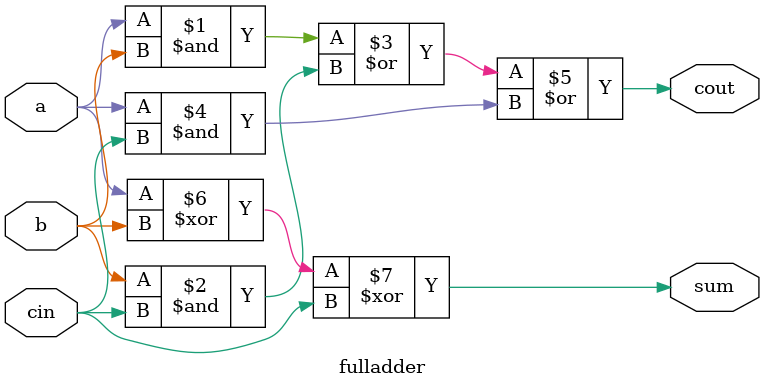
<source format=v>
module top_module (
    input [3:0] x,
    input [3:0] y, 
    output [4:0] sum);
   
    wire [3:0] cout;
    fulladder inst0(x[0], y[0], 1'b0, sum[0], cout[0]);
    fulladder inst1(x[1], y[1], cout[0], sum[1], cout[1]);
    fulladder inst2(x[2], y[2], cout[1], sum[2], cout[2]);
    fulladder inst3(x[3], y[3], cout[2], sum[3], cout[3]);
    assign sum[4] = cout[3];
    
endmodule

module fulladder(
    input a, b, cin,
    output sum, cout );
    assign cout = (a&b) | (b & cin) | (a&cin);
    assign sum = a ^ b ^ cin;
    
endmodule
</source>
